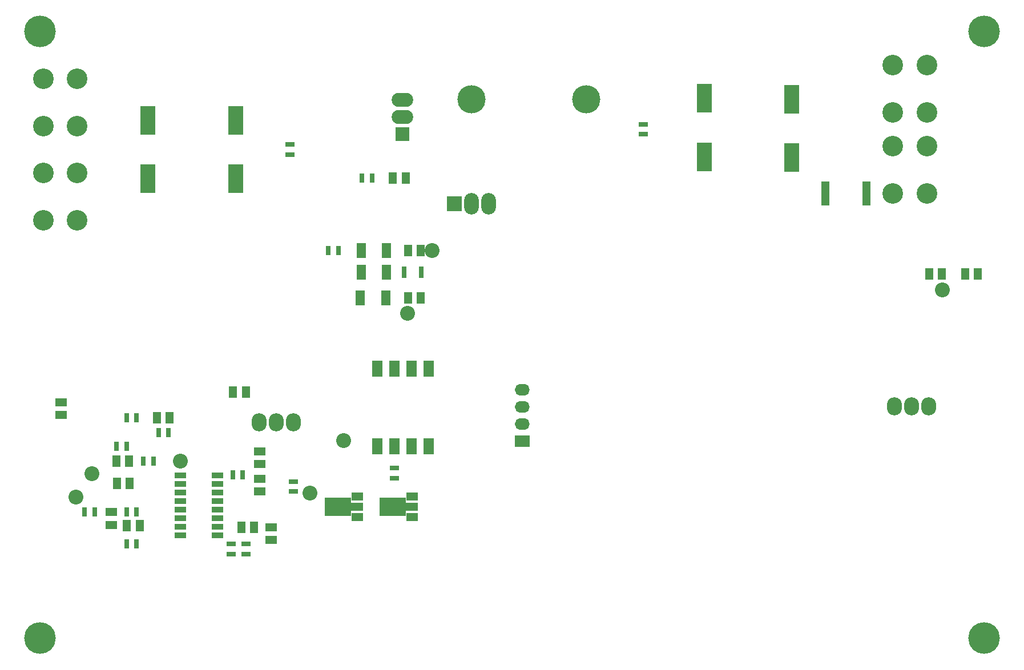
<source format=gts>
G04 Layer_Color=8388736*
%FSAX23Y23*%
%MOIN*%
G70*
G01*
G75*
%ADD54R,0.047X0.065*%
%ADD55R,0.028X0.057*%
%ADD56R,0.057X0.028*%
%ADD57R,0.049X0.144*%
%ADD58R,0.087X0.169*%
%ADD59R,0.065X0.047*%
%ADD60R,0.067X0.047*%
%ADD61R,0.075X0.047*%
%ADD62R,0.158X0.106*%
%ADD63R,0.059X0.095*%
%ADD64R,0.028X0.071*%
%ADD65R,0.057X0.087*%
%ADD66R,0.068X0.034*%
%ADD67C,0.120*%
%ADD68O,0.087X0.106*%
%ADD69C,0.185*%
%ADD70C,0.165*%
%ADD71O,0.126X0.082*%
%ADD72R,0.082X0.082*%
%ADD73R,0.086X0.086*%
%ADD74O,0.086X0.126*%
%ADD75R,0.087X0.067*%
%ADD76O,0.087X0.067*%
%ADD77C,0.087*%
G54D54*
X06473Y03328D02*
D03*
X06398D02*
D03*
X06683D02*
D03*
X06608D02*
D03*
X03341Y03889D02*
D03*
X03266D02*
D03*
X01888Y02491D02*
D03*
X01963D02*
D03*
X01652Y02235D02*
D03*
X01727D02*
D03*
X01729Y02107D02*
D03*
X01654D02*
D03*
X01788Y01861D02*
D03*
X01713D02*
D03*
X03429Y03466D02*
D03*
X03354D02*
D03*
X03429Y03190D02*
D03*
X03354D02*
D03*
X02333Y02639D02*
D03*
X02408D02*
D03*
X02457Y01851D02*
D03*
X02382D02*
D03*
G54D55*
X03146Y03889D02*
D03*
X03087D02*
D03*
X01770Y02491D02*
D03*
X01711D02*
D03*
X01652Y02324D02*
D03*
X01711Y02324D02*
D03*
X01524Y01940D02*
D03*
X01465D02*
D03*
X01711D02*
D03*
X01770D02*
D03*
X01711Y01753D02*
D03*
X01770D02*
D03*
X01809Y02235D02*
D03*
X01868D02*
D03*
X02890Y03466D02*
D03*
X02949D02*
D03*
X01898Y02403D02*
D03*
X01957D02*
D03*
X02390Y02157D02*
D03*
X02331D02*
D03*
G54D56*
X02664Y04086D02*
D03*
Y04027D02*
D03*
X02685Y02058D02*
D03*
Y02117D02*
D03*
X04730Y04145D02*
D03*
Y04204D02*
D03*
X02321Y01694D02*
D03*
Y01753D02*
D03*
X03276Y02137D02*
D03*
Y02196D02*
D03*
X02410Y01694D02*
D03*
Y01753D02*
D03*
G54D57*
X05791Y03800D02*
D03*
X06032D02*
D03*
G54D58*
X05085Y04013D02*
D03*
Y04355D02*
D03*
X05597Y04009D02*
D03*
Y04351D02*
D03*
X01837Y03885D02*
D03*
Y04227D02*
D03*
X02349Y03885D02*
D03*
Y04227D02*
D03*
G54D59*
X01622Y01938D02*
D03*
Y01863D02*
D03*
X02557Y01851D02*
D03*
Y01777D02*
D03*
X02488Y02133D02*
D03*
Y02058D02*
D03*
Y02292D02*
D03*
Y02218D02*
D03*
X01329Y02505D02*
D03*
Y02580D02*
D03*
G54D60*
X03378Y01911D02*
D03*
Y02029D02*
D03*
X03059Y01911D02*
D03*
Y02029D02*
D03*
G54D61*
X03374Y01970D02*
D03*
X03055D02*
D03*
G54D62*
X03266D02*
D03*
X02947D02*
D03*
G54D63*
X03175Y02323D02*
D03*
X03275D02*
D03*
X03375D02*
D03*
X03475D02*
D03*
Y02777D02*
D03*
X03375D02*
D03*
X03275D02*
D03*
X03175D02*
D03*
G54D64*
X03433Y03338D02*
D03*
X03331D02*
D03*
G54D65*
X03225Y03190D02*
D03*
X03077D02*
D03*
X03082Y03338D02*
D03*
X03229D02*
D03*
Y03466D02*
D03*
X03082D02*
D03*
G54D66*
X02241Y02154D02*
D03*
Y02104D02*
D03*
Y02054D02*
D03*
Y02004D02*
D03*
Y01954D02*
D03*
Y01904D02*
D03*
Y01854D02*
D03*
Y01804D02*
D03*
X02027D02*
D03*
Y01854D02*
D03*
Y01904D02*
D03*
Y01954D02*
D03*
Y02004D02*
D03*
Y02054D02*
D03*
Y02104D02*
D03*
Y02154D02*
D03*
G54D67*
X06384Y04076D02*
D03*
X06187D02*
D03*
X06384Y03800D02*
D03*
X06187D02*
D03*
X06384Y04548D02*
D03*
X06187D02*
D03*
X06384Y04273D02*
D03*
X06187D02*
D03*
X01423Y04470D02*
D03*
X01227D02*
D03*
X01423Y04194D02*
D03*
X01227D02*
D03*
X01423Y03918D02*
D03*
X01227D02*
D03*
X01423Y03643D02*
D03*
X01227D02*
D03*
G54D68*
X06397Y02556D02*
D03*
X06297D02*
D03*
X06197D02*
D03*
X02487Y02462D02*
D03*
X02587D02*
D03*
X02687D02*
D03*
G54D69*
X01207Y04745D02*
D03*
Y01202D02*
D03*
X06719Y04745D02*
D03*
Y01202D02*
D03*
G54D70*
X03727Y04351D02*
D03*
X04396D02*
D03*
G54D71*
X03323Y04345D02*
D03*
Y04245D02*
D03*
G54D72*
Y04145D02*
D03*
G54D73*
X03626Y03741D02*
D03*
G54D74*
X03727D02*
D03*
X03825D02*
D03*
G54D75*
X04022Y02354D02*
D03*
G54D76*
Y02454D02*
D03*
Y02554D02*
D03*
Y02654D02*
D03*
G54D77*
X06475Y03237D02*
D03*
X01416Y02025D02*
D03*
X01510Y02162D02*
D03*
X02782Y02048D02*
D03*
X02979Y02355D02*
D03*
X03353Y03101D02*
D03*
X02026Y02235D02*
D03*
X03494Y03466D02*
D03*
M02*

</source>
